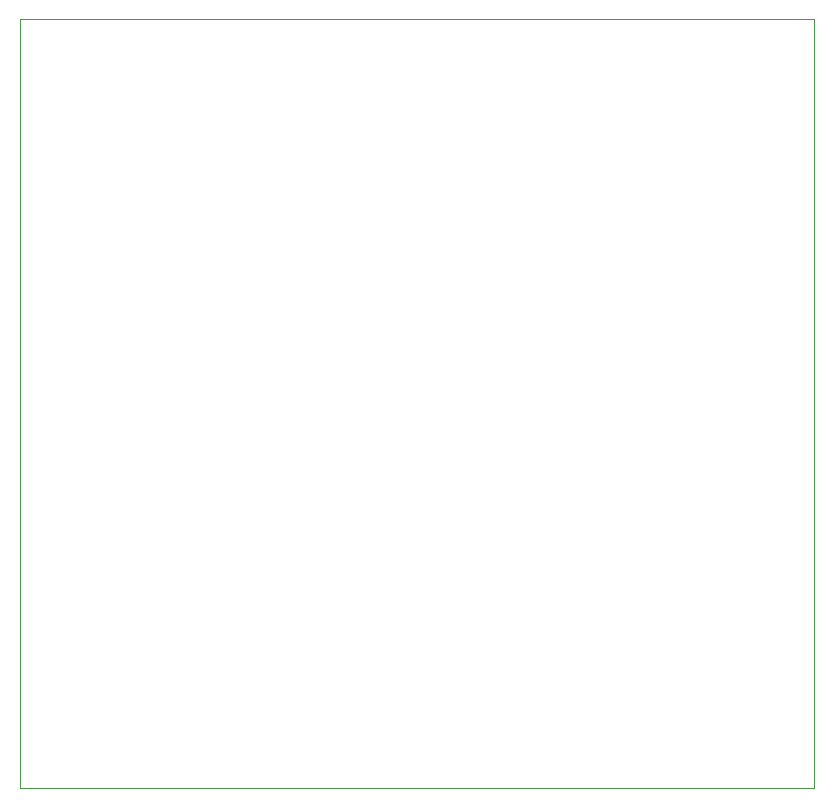
<source format=gbr>
%TF.GenerationSoftware,Altium Limited,Altium Designer,20.2.5 (213)*%
G04 Layer_Color=0*
%FSLAX44Y44*%
%MOMM*%
%TF.SameCoordinates,3FE501F2-1E46-4B48-ABA6-5278C61F2325*%
%TF.FilePolarity,Positive*%
%TF.FileFunction,Profile,NP*%
%TF.Part,Single*%
G01*
G75*
%TA.AperFunction,Profile*%
%ADD109C,0.0254*%
D109*
X0Y0D02*
X-0Y651000D01*
X672000D01*
Y0D01*
X0D01*
%TF.MD5,d98dd32a20b42b5e3499d176b9ebc13a*%
M02*

</source>
